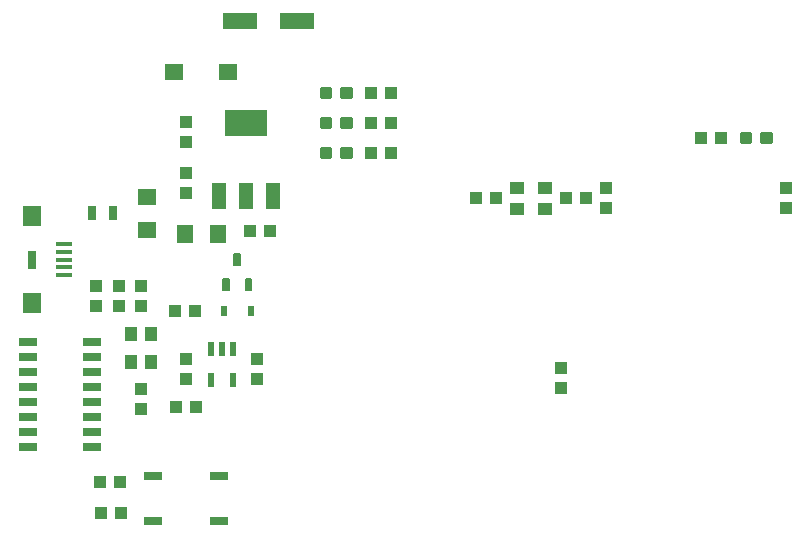
<source format=gbr>
G04 EAGLE Gerber RS-274X export*
G75*
%MOMM*%
%FSLAX34Y34*%
%LPD*%
%INSolderpaste Top*%
%IPPOS*%
%AMOC8*
5,1,8,0,0,1.08239X$1,22.5*%
G01*
%ADD10R,1.400000X1.600000*%
%ADD11R,3.000000X1.400000*%
%ADD12R,1.100000X1.000000*%
%ADD13R,1.524000X1.470000*%
%ADD14R,1.000000X1.100000*%
%ADD15R,0.550000X1.200000*%
%ADD16R,1.219200X2.235200*%
%ADD17R,3.600000X2.200000*%
%ADD18C,0.300000*%
%ADD19R,1.450000X0.400000*%
%ADD20R,1.500000X1.800000*%
%ADD21R,0.700000X1.500000*%
%ADD22R,1.600000X1.400000*%
%ADD23C,0.152500*%
%ADD24R,0.630000X0.830000*%
%ADD25R,1.524000X0.635000*%
%ADD26R,1.100000X1.200000*%
%ADD27R,1.200000X1.100000*%
%ADD28R,1.524000X0.762000*%
%ADD29R,0.800000X1.200000*%


D10*
X151100Y261620D03*
X179100Y261620D03*
D11*
X198250Y441960D03*
X246250Y441960D03*
D12*
X206130Y264160D03*
X223130Y264160D03*
D13*
X142330Y398780D03*
X187870Y398780D03*
D14*
X152400Y296300D03*
X152400Y313300D03*
X152400Y339480D03*
X152400Y356480D03*
D15*
X192380Y164131D03*
X182880Y164131D03*
X173380Y164131D03*
X173380Y138129D03*
X192380Y138129D03*
D14*
X152400Y155820D03*
X152400Y138820D03*
X212090Y138820D03*
X212090Y155820D03*
D16*
X180086Y294132D03*
X203200Y294132D03*
X226314Y294132D03*
D17*
X203200Y356110D03*
D12*
X309000Y381000D03*
X326000Y381000D03*
X309000Y330200D03*
X326000Y330200D03*
X309000Y355600D03*
X326000Y355600D03*
X588400Y342900D03*
X605400Y342900D03*
D18*
X274130Y352100D02*
X274130Y359100D01*
X274130Y352100D02*
X267130Y352100D01*
X267130Y359100D01*
X274130Y359100D01*
X274130Y354950D02*
X267130Y354950D01*
X267130Y357800D02*
X274130Y357800D01*
X291670Y359100D02*
X291670Y352100D01*
X284670Y352100D01*
X284670Y359100D01*
X291670Y359100D01*
X291670Y354950D02*
X284670Y354950D01*
X284670Y357800D02*
X291670Y357800D01*
X274130Y333700D02*
X274130Y326700D01*
X267130Y326700D01*
X267130Y333700D01*
X274130Y333700D01*
X274130Y329550D02*
X267130Y329550D01*
X267130Y332400D02*
X274130Y332400D01*
X291670Y333700D02*
X291670Y326700D01*
X284670Y326700D01*
X284670Y333700D01*
X291670Y333700D01*
X291670Y329550D02*
X284670Y329550D01*
X284670Y332400D02*
X291670Y332400D01*
X274130Y377500D02*
X274130Y384500D01*
X274130Y377500D02*
X267130Y377500D01*
X267130Y384500D01*
X274130Y384500D01*
X274130Y380350D02*
X267130Y380350D01*
X267130Y383200D02*
X274130Y383200D01*
X291670Y384500D02*
X291670Y377500D01*
X284670Y377500D01*
X284670Y384500D01*
X291670Y384500D01*
X291670Y380350D02*
X284670Y380350D01*
X284670Y383200D02*
X291670Y383200D01*
X629730Y346400D02*
X629730Y339400D01*
X622730Y339400D01*
X622730Y346400D01*
X629730Y346400D01*
X629730Y342250D02*
X622730Y342250D01*
X622730Y345100D02*
X629730Y345100D01*
X647270Y346400D02*
X647270Y339400D01*
X640270Y339400D01*
X640270Y346400D01*
X647270Y346400D01*
X647270Y342250D02*
X640270Y342250D01*
X640270Y345100D02*
X647270Y345100D01*
D19*
X48840Y240030D03*
X48840Y246530D03*
X48840Y253030D03*
X48840Y233530D03*
X48840Y227030D03*
D20*
X21590Y276870D03*
D21*
X21590Y240030D03*
D20*
X21590Y203190D03*
D12*
X142630Y196850D03*
X159630Y196850D03*
D22*
X119380Y293400D03*
X119380Y265400D03*
D23*
X188268Y223858D02*
X188268Y214482D01*
X183692Y214482D01*
X183692Y223858D01*
X188268Y223858D01*
X188268Y215931D02*
X183692Y215931D01*
X183692Y217380D02*
X188268Y217380D01*
X188268Y218829D02*
X183692Y218829D01*
X183692Y220278D02*
X188268Y220278D01*
X188268Y221727D02*
X183692Y221727D01*
X183692Y223176D02*
X188268Y223176D01*
X207468Y223858D02*
X207468Y214482D01*
X202892Y214482D01*
X202892Y223858D01*
X207468Y223858D01*
X207468Y215931D02*
X202892Y215931D01*
X202892Y217380D02*
X207468Y217380D01*
X207468Y218829D02*
X202892Y218829D01*
X202892Y220278D02*
X207468Y220278D01*
X207468Y221727D02*
X202892Y221727D01*
X202892Y223176D02*
X207468Y223176D01*
X197868Y235882D02*
X197868Y245258D01*
X197868Y235882D02*
X193292Y235882D01*
X193292Y245258D01*
X197868Y245258D01*
X197868Y237331D02*
X193292Y237331D01*
X193292Y238780D02*
X197868Y238780D01*
X197868Y240229D02*
X193292Y240229D01*
X193292Y241678D02*
X197868Y241678D01*
X197868Y243127D02*
X193292Y243127D01*
X193292Y244576D02*
X197868Y244576D01*
D24*
X207080Y196850D03*
X184080Y196850D03*
D25*
X72670Y93980D03*
X18770Y119380D03*
X72670Y81280D03*
X72670Y106680D03*
X72670Y119380D03*
X18770Y106680D03*
X18770Y132080D03*
X18770Y144780D03*
X72670Y144780D03*
X18770Y170180D03*
X72670Y132080D03*
X72670Y157480D03*
X18770Y157480D03*
X72670Y170180D03*
X18770Y93980D03*
X18770Y81280D03*
D14*
X76200Y201050D03*
X76200Y218050D03*
X95250Y201050D03*
X95250Y218050D03*
X114300Y201050D03*
X114300Y218050D03*
X114300Y130420D03*
X114300Y113420D03*
D12*
X143900Y115570D03*
X160900Y115570D03*
X80400Y25400D03*
X97400Y25400D03*
X79130Y52070D03*
X96130Y52070D03*
D26*
X123050Y153350D03*
X123050Y176850D03*
X105550Y176850D03*
X105550Y153350D03*
D12*
X414900Y292100D03*
X397900Y292100D03*
X474100Y292100D03*
X491100Y292100D03*
D27*
X456250Y300850D03*
X432750Y300850D03*
X432750Y283350D03*
X456250Y283350D03*
D28*
X180340Y19050D03*
X124460Y19050D03*
X180340Y57150D03*
X124460Y57150D03*
D14*
X469900Y131200D03*
X469900Y148200D03*
X508000Y300600D03*
X508000Y283600D03*
X660400Y283600D03*
X660400Y300600D03*
D29*
X72280Y279400D03*
X90280Y279400D03*
M02*

</source>
